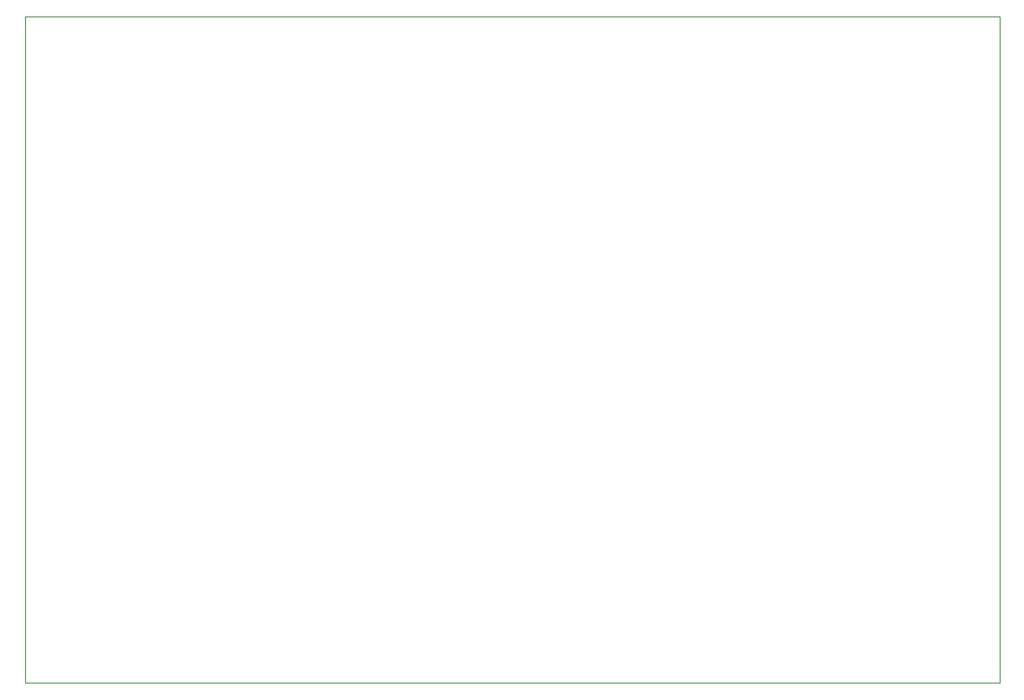
<source format=gbr>
%TF.GenerationSoftware,KiCad,Pcbnew,7.0.5*%
%TF.CreationDate,2023-06-27T21:04:27+02:00*%
%TF.ProjectId,ESP32RIO,45535033-3252-4494-9f2e-6b696361645f,rev?*%
%TF.SameCoordinates,Original*%
%TF.FileFunction,Profile,NP*%
%FSLAX46Y46*%
G04 Gerber Fmt 4.6, Leading zero omitted, Abs format (unit mm)*
G04 Created by KiCad (PCBNEW 7.0.5) date 2023-06-27 21:04:27*
%MOMM*%
%LPD*%
G01*
G04 APERTURE LIST*
%TA.AperFunction,Profile*%
%ADD10C,0.100000*%
%TD*%
G04 APERTURE END LIST*
D10*
X99250000Y-52000000D02*
X194250000Y-52000000D01*
X194250000Y-117000000D01*
X99250000Y-117000000D01*
X99250000Y-52000000D01*
M02*

</source>
